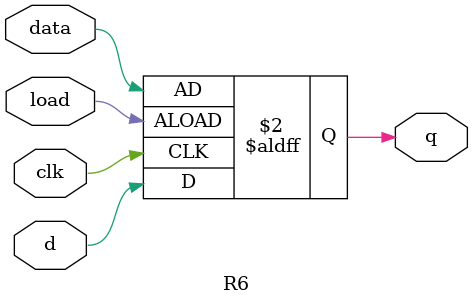
<source format=v>
module R6(d, data, clk, load, q);
	input d, data, clk, load;
	output reg q;
	
	always @ (posedge clk or posedge load)
	begin
		if (load)
		begin
			q <= data;
		end
		else
		begin
			q <= d;
		end
	end
endmodule

</source>
